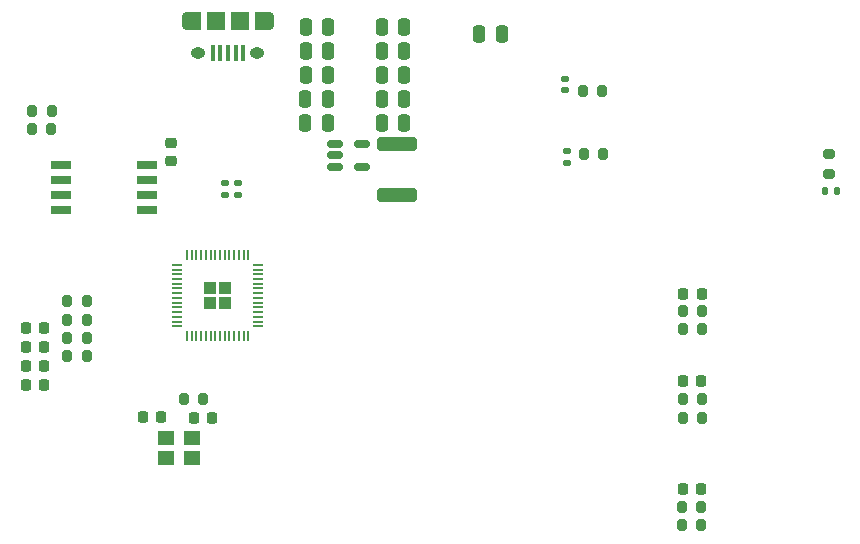
<source format=gtp>
G04 #@! TF.GenerationSoftware,KiCad,Pcbnew,6.0.8-f2edbf62ab~116~ubuntu20.04.1*
G04 #@! TF.CreationDate,2022-10-14T11:39:40-04:00*
G04 #@! TF.ProjectId,powerboard,706f7765-7262-46f6-9172-642e6b696361,rev?*
G04 #@! TF.SameCoordinates,Original*
G04 #@! TF.FileFunction,Paste,Top*
G04 #@! TF.FilePolarity,Positive*
%FSLAX46Y46*%
G04 Gerber Fmt 4.6, Leading zero omitted, Abs format (unit mm)*
G04 Created by KiCad (PCBNEW 6.0.8-f2edbf62ab~116~ubuntu20.04.1) date 2022-10-14 11:39:40*
%MOMM*%
%LPD*%
G01*
G04 APERTURE LIST*
G04 Aperture macros list*
%AMRoundRect*
0 Rectangle with rounded corners*
0 $1 Rounding radius*
0 $2 $3 $4 $5 $6 $7 $8 $9 X,Y pos of 4 corners*
0 Add a 4 corners polygon primitive as box body*
4,1,4,$2,$3,$4,$5,$6,$7,$8,$9,$2,$3,0*
0 Add four circle primitives for the rounded corners*
1,1,$1+$1,$2,$3*
1,1,$1+$1,$4,$5*
1,1,$1+$1,$6,$7*
1,1,$1+$1,$8,$9*
0 Add four rect primitives between the rounded corners*
20,1,$1+$1,$2,$3,$4,$5,0*
20,1,$1+$1,$4,$5,$6,$7,0*
20,1,$1+$1,$6,$7,$8,$9,0*
20,1,$1+$1,$8,$9,$2,$3,0*%
G04 Aperture macros list end*
%ADD10RoundRect,0.200000X0.200000X0.275000X-0.200000X0.275000X-0.200000X-0.275000X0.200000X-0.275000X0*%
%ADD11O,0.890000X1.550000*%
%ADD12O,1.250000X0.950000*%
%ADD13R,0.400000X1.350000*%
%ADD14R,1.500000X1.550000*%
%ADD15R,1.200000X1.550000*%
%ADD16RoundRect,0.225000X0.225000X0.250000X-0.225000X0.250000X-0.225000X-0.250000X0.225000X-0.250000X0*%
%ADD17RoundRect,0.250000X-0.250000X-0.475000X0.250000X-0.475000X0.250000X0.475000X-0.250000X0.475000X0*%
%ADD18RoundRect,0.250000X0.250000X0.475000X-0.250000X0.475000X-0.250000X-0.475000X0.250000X-0.475000X0*%
%ADD19RoundRect,0.225000X-0.225000X-0.250000X0.225000X-0.250000X0.225000X0.250000X-0.225000X0.250000X0*%
%ADD20RoundRect,0.218750X-0.218750X-0.256250X0.218750X-0.256250X0.218750X0.256250X-0.218750X0.256250X0*%
%ADD21RoundRect,0.200000X-0.200000X-0.275000X0.200000X-0.275000X0.200000X0.275000X-0.200000X0.275000X0*%
%ADD22RoundRect,0.140000X0.140000X0.170000X-0.140000X0.170000X-0.140000X-0.170000X0.140000X-0.170000X0*%
%ADD23RoundRect,0.225000X0.250000X-0.225000X0.250000X0.225000X-0.250000X0.225000X-0.250000X-0.225000X0*%
%ADD24RoundRect,0.140000X0.170000X-0.140000X0.170000X0.140000X-0.170000X0.140000X-0.170000X-0.140000X0*%
%ADD25RoundRect,0.140000X-0.170000X0.140000X-0.170000X-0.140000X0.170000X-0.140000X0.170000X0.140000X0*%
%ADD26RoundRect,0.150000X-0.512500X-0.150000X0.512500X-0.150000X0.512500X0.150000X-0.512500X0.150000X0*%
%ADD27R,1.700000X0.650000*%
%ADD28R,1.400000X1.200000*%
%ADD29RoundRect,0.135000X0.185000X-0.135000X0.185000X0.135000X-0.185000X0.135000X-0.185000X-0.135000X0*%
%ADD30RoundRect,0.250000X-0.292217X-0.292217X0.292217X-0.292217X0.292217X0.292217X-0.292217X0.292217X0*%
%ADD31RoundRect,0.050000X-0.387500X-0.050000X0.387500X-0.050000X0.387500X0.050000X-0.387500X0.050000X0*%
%ADD32RoundRect,0.050000X-0.050000X-0.387500X0.050000X-0.387500X0.050000X0.387500X-0.050000X0.387500X0*%
%ADD33RoundRect,0.200000X0.275000X-0.200000X0.275000X0.200000X-0.275000X0.200000X-0.275000X-0.200000X0*%
%ADD34RoundRect,0.250000X1.450000X-0.312500X1.450000X0.312500X-1.450000X0.312500X-1.450000X-0.312500X0*%
G04 APERTURE END LIST*
D10*
X74485000Y-48615600D03*
X72835000Y-48615600D03*
D11*
X73081000Y-16637000D03*
X80081000Y-16637000D03*
D12*
X74081000Y-19337000D03*
X79081000Y-19337000D03*
D13*
X77881000Y-19337000D03*
X77231000Y-19337000D03*
X76581000Y-19337000D03*
X75931000Y-19337000D03*
X75281000Y-19337000D03*
D14*
X75581000Y-16637000D03*
D15*
X79481000Y-16637000D03*
D14*
X77581000Y-16637000D03*
D15*
X73681000Y-16637000D03*
D16*
X70955200Y-50165000D03*
X69405200Y-50165000D03*
D17*
X89626400Y-25196800D03*
X91526400Y-25196800D03*
D18*
X85051750Y-23195200D03*
X83151750Y-23195200D03*
D19*
X115150600Y-39700200D03*
X116700600Y-39700200D03*
D20*
X59461300Y-45821600D03*
X61036300Y-45821600D03*
D18*
X85051750Y-25227200D03*
X83151750Y-25227200D03*
D21*
X114999000Y-59306400D03*
X116649000Y-59306400D03*
D22*
X128115000Y-30962600D03*
X127155000Y-30962600D03*
D23*
X71805800Y-28486400D03*
X71805800Y-26936400D03*
D19*
X115074400Y-56184800D03*
X116624400Y-56184800D03*
D18*
X85077150Y-19131200D03*
X83177150Y-19131200D03*
D19*
X115125200Y-47040800D03*
X116675200Y-47040800D03*
D21*
X60008000Y-24180800D03*
X61658000Y-24180800D03*
X115075200Y-50215800D03*
X116725200Y-50215800D03*
D10*
X108267000Y-22529800D03*
X106617000Y-22529800D03*
D24*
X105105200Y-22463400D03*
X105105200Y-21503400D03*
D25*
X105308400Y-27637800D03*
X105308400Y-28597800D03*
D10*
X64629800Y-40335200D03*
X62979800Y-40335200D03*
X116750600Y-41173400D03*
X115100600Y-41173400D03*
D17*
X89626400Y-21183600D03*
X91526400Y-21183600D03*
D10*
X64629800Y-44983400D03*
X62979800Y-44983400D03*
D26*
X85656650Y-27020400D03*
X85656650Y-27970400D03*
X85656650Y-28920400D03*
X87931650Y-28920400D03*
X87931650Y-27020400D03*
D10*
X64629800Y-41884600D03*
X62979800Y-41884600D03*
D19*
X73672400Y-50215800D03*
X75222400Y-50215800D03*
D18*
X85074800Y-17119600D03*
X83174800Y-17119600D03*
D21*
X115100600Y-42646600D03*
X116750600Y-42646600D03*
D17*
X89626400Y-23190200D03*
X91526400Y-23190200D03*
D27*
X62415400Y-28752800D03*
X62415400Y-30022800D03*
X62415400Y-31292800D03*
X62415400Y-32562800D03*
X69715400Y-32562800D03*
X69715400Y-31292800D03*
X69715400Y-30022800D03*
X69715400Y-28752800D03*
D28*
X73540800Y-51905800D03*
X71340800Y-51905800D03*
X71340800Y-53605800D03*
X73540800Y-53605800D03*
D20*
X59461300Y-42595800D03*
X61036300Y-42595800D03*
X59461300Y-44196000D03*
X61036300Y-44196000D03*
D17*
X89626400Y-19177000D03*
X91526400Y-19177000D03*
D29*
X76377800Y-31294800D03*
X76377800Y-30274800D03*
D10*
X116649000Y-57734200D03*
X114999000Y-57734200D03*
D20*
X59461300Y-47447200D03*
X61036300Y-47447200D03*
D10*
X116725200Y-48641000D03*
X115075200Y-48641000D03*
D18*
X85077150Y-21163200D03*
X83177150Y-21163200D03*
D10*
X108368600Y-27838400D03*
X106718600Y-27838400D03*
D30*
X75076900Y-39208150D03*
X76351900Y-40483150D03*
X75076900Y-40483150D03*
X76351900Y-39208150D03*
D31*
X72276900Y-37245650D03*
X72276900Y-37645650D03*
X72276900Y-38045650D03*
X72276900Y-38445650D03*
X72276900Y-38845650D03*
X72276900Y-39245650D03*
X72276900Y-39645650D03*
X72276900Y-40045650D03*
X72276900Y-40445650D03*
X72276900Y-40845650D03*
X72276900Y-41245650D03*
X72276900Y-41645650D03*
X72276900Y-42045650D03*
X72276900Y-42445650D03*
D32*
X73114400Y-43283150D03*
X73514400Y-43283150D03*
X73914400Y-43283150D03*
X74314400Y-43283150D03*
X74714400Y-43283150D03*
X75114400Y-43283150D03*
X75514400Y-43283150D03*
X75914400Y-43283150D03*
X76314400Y-43283150D03*
X76714400Y-43283150D03*
X77114400Y-43283150D03*
X77514400Y-43283150D03*
X77914400Y-43283150D03*
X78314400Y-43283150D03*
D31*
X79151900Y-42445650D03*
X79151900Y-42045650D03*
X79151900Y-41645650D03*
X79151900Y-41245650D03*
X79151900Y-40845650D03*
X79151900Y-40445650D03*
X79151900Y-40045650D03*
X79151900Y-39645650D03*
X79151900Y-39245650D03*
X79151900Y-38845650D03*
X79151900Y-38445650D03*
X79151900Y-38045650D03*
X79151900Y-37645650D03*
X79151900Y-37245650D03*
D32*
X78314400Y-36408150D03*
X77914400Y-36408150D03*
X77514400Y-36408150D03*
X77114400Y-36408150D03*
X76714400Y-36408150D03*
X76314400Y-36408150D03*
X75914400Y-36408150D03*
X75514400Y-36408150D03*
X75114400Y-36408150D03*
X74714400Y-36408150D03*
X74314400Y-36408150D03*
X73914400Y-36408150D03*
X73514400Y-36408150D03*
X73114400Y-36408150D03*
D33*
X127457200Y-29527000D03*
X127457200Y-27877000D03*
D34*
X90881200Y-31322100D03*
X90881200Y-27047100D03*
D17*
X89626400Y-17145000D03*
X91526400Y-17145000D03*
D21*
X59982600Y-25781000D03*
X61632600Y-25781000D03*
D17*
X97856000Y-17729200D03*
X99756000Y-17729200D03*
D10*
X64629800Y-43434000D03*
X62979800Y-43434000D03*
D29*
X77444600Y-31294800D03*
X77444600Y-30274800D03*
M02*

</source>
